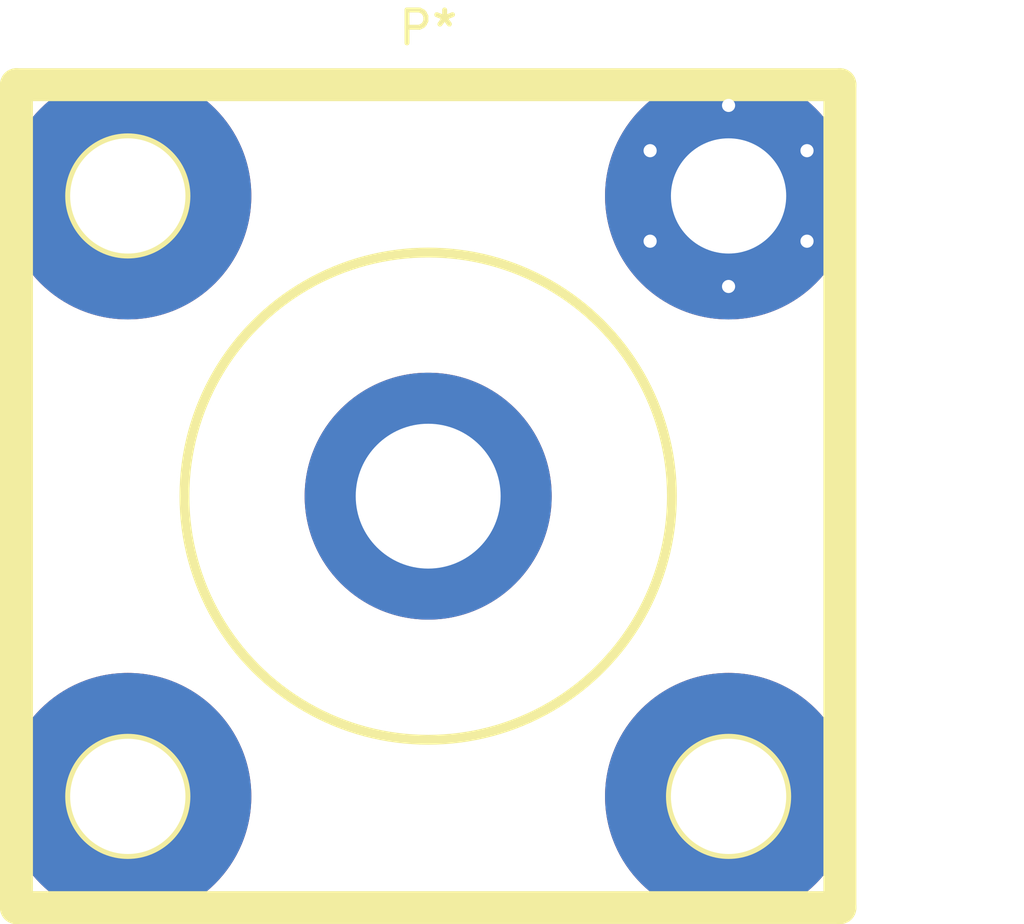
<source format=kicad_pcb>
(kicad_pcb (version 20171130) (host pcbnew "(6.0.0-rc1-dev-882-gdbc9130da)")

  (general
    (thickness 1.6)
    (drawings 0)
    (tracks 0)
    (zones 0)
    (modules 1)
    (nets 1)
  )

  (page A4)
  (layers
    (0 F.Cu signal)
    (31 B.Cu signal)
    (32 B.Adhes user)
    (33 F.Adhes user)
    (34 B.Paste user)
    (35 F.Paste user)
    (36 B.SilkS user)
    (37 F.SilkS user)
    (38 B.Mask user)
    (39 F.Mask user)
    (40 Dwgs.User user)
    (41 Cmts.User user)
    (42 Eco1.User user)
    (43 Eco2.User user)
    (44 Edge.Cuts user)
    (45 Margin user)
    (46 B.CrtYd user)
    (47 F.CrtYd user)
    (48 B.Fab user)
    (49 F.Fab user)
  )

  (setup
    (last_trace_width 0.25)
    (trace_clearance 0.2)
    (zone_clearance 0.508)
    (zone_45_only no)
    (trace_min 0.2)
    (via_size 0.8)
    (via_drill 0.4)
    (via_min_size 0.4)
    (via_min_drill 0.3)
    (uvia_size 0.3)
    (uvia_drill 0.1)
    (uvias_allowed no)
    (uvia_min_size 0.2)
    (uvia_min_drill 0.1)
    (edge_width 0.05)
    (segment_width 0.2)
    (pcb_text_width 0.3)
    (pcb_text_size 1.5 1.5)
    (mod_edge_width 0.12)
    (mod_text_size 1 1)
    (mod_text_width 0.15)
    (pad_size 1.524 1.524)
    (pad_drill 0.762)
    (pad_to_mask_clearance 0.051)
    (solder_mask_min_width 0.25)
    (aux_axis_origin 0 0)
    (visible_elements FFFFFF7F)
    (pcbplotparams
      (layerselection 0x010fc_ffffffff)
      (usegerberextensions false)
      (usegerberattributes false)
      (usegerberadvancedattributes false)
      (creategerberjobfile false)
      (excludeedgelayer true)
      (linewidth 0.100000)
      (plotframeref false)
      (viasonmask false)
      (mode 1)
      (useauxorigin false)
      (hpglpennumber 1)
      (hpglpenspeed 20)
      (hpglpendiameter 15.000000)
      (psnegative false)
      (psa4output false)
      (plotreference true)
      (plotvalue true)
      (plotinvisibletext false)
      (padsonsilk false)
      (subtractmaskfromsilk false)
      (outputformat 1)
      (mirror false)
      (drillshape 1)
      (scaleselection 1)
      (outputdirectory ""))
  )

  (net 0 "")

  (net_class Default "This is the default net class."
    (clearance 0.2)
    (trace_width 0.25)
    (via_dia 0.8)
    (via_drill 0.4)
    (uvia_dia 0.3)
    (uvia_drill 0.1)
  )

  (module MyPCBLib:SL16_drill_marker (layer F.Cu) (tedit 5DAF413E) (tstamp 5DAF4965)
    (at 78.994 92.202)
    (fp_text reference P* (at 0 -14.224) (layer F.SilkS)
      (effects (font (size 1 1) (thickness 0.15)))
    )
    (fp_text value SL16_drill_marker (at 0 -0.5) (layer F.Fab)
      (effects (font (size 1 1) (thickness 0.15)))
    )
    (fp_circle (center 0 0) (end 7.4 0) (layer F.SilkS) (width 0.3))
    (fp_circle (center -9.12 -9.12) (end -7.37 -9.12) (layer F.SilkS) (width 0.3))
    (fp_circle (center -9.12 9.12) (end -7.37 9.12) (layer F.SilkS) (width 0.3))
    (fp_circle (center 9.12 9.12) (end 10.87 9.12) (layer F.SilkS) (width 0.3))
    (fp_line (start -12.5 -12.5) (end -12.5 12.5) (layer F.SilkS) (width 1))
    (fp_line (start -12.5 12.5) (end 12.5 12.5) (layer F.SilkS) (width 1))
    (fp_line (start 12.5 -12.5) (end 12.5 12.5) (layer F.SilkS) (width 1))
    (fp_line (start -12.5 -12.5) (end 12.5 -12.5) (layer F.SilkS) (width 1))
    (fp_text user "M3X5X4.5 Soldered" (at 10.668 -4.064) (layer F.Fab)
      (effects (font (size 1 1) (thickness 0.15)))
    )
    (pad 22 thru_hole circle (at -9.12 9.12) (size 7.5 7.5) (drill 3.5) (layers *.Cu *.Mask))
    (pad 12 thru_hole circle (at 9.12 9.12) (size 7.5 7.5) (drill 3.5) (layers *.Cu *.Mask))
    (pad 21 thru_hole circle (at -9.12 -9.12) (size 7.5 7.5) (drill 3.5) (layers *.Cu *.Mask))
    (pad 2 thru_hole circle (at 11.50157 -10.495 300) (size 0.8 0.8) (drill 0.4) (layers *.Cu *.Mask))
    (pad 2 thru_hole circle (at 11.50157 -7.745 240) (size 0.8 0.8) (drill 0.4) (layers *.Cu *.Mask))
    (pad 2 thru_hole circle (at 9.12 -6.37 180) (size 0.8 0.8) (drill 0.4) (layers *.Cu *.Mask))
    (pad 2 thru_hole circle (at 6.73843 -7.745 120) (size 0.8 0.8) (drill 0.4) (layers *.Cu *.Mask))
    (pad 2 thru_hole circle (at 6.73843 -10.495 60) (size 0.8 0.8) (drill 0.4) (layers *.Cu *.Mask))
    (pad 2 thru_hole circle (at 9.12 -11.87) (size 0.8 0.8) (drill 0.4) (layers *.Cu *.Mask))
    (pad 2 thru_hole circle (at 9.12 -9.12) (size 7.5 7.5) (drill 3.5) (layers *.Cu *.Mask))
    (pad 1 thru_hole circle (at 0 0) (size 7.5 7.5) (drill 4.4) (layers *.Cu *.Mask))
  )

)

</source>
